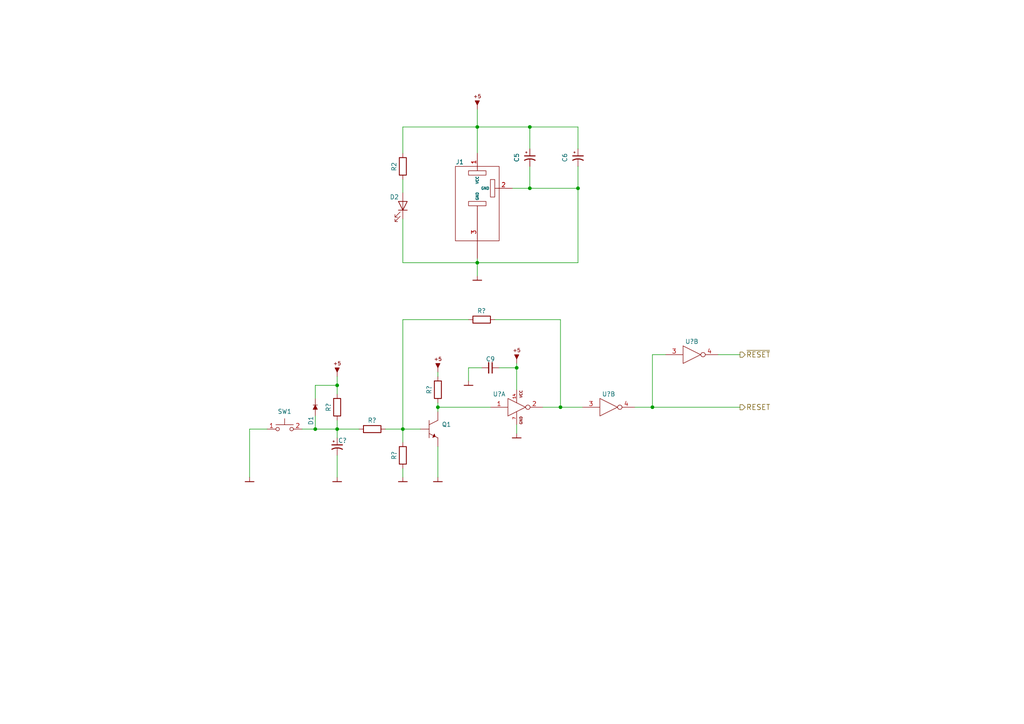
<source format=kicad_sch>
(kicad_sch (version 20211123) (generator eeschema)

  (uuid f1e619ac-5067-41df-8384-776ec70a6093)

  (paper "A4")

  (lib_symbols
    (symbol "artemisa:1N4448" (pin_numbers hide) (pin_names (offset 1.016)) (in_bom yes) (on_board yes)
      (property "Reference" "D" (id 0) (at 0 1.905 0)
        (effects (font (size 1.27 1.27)))
      )
      (property "Value" "1N4448" (id 1) (at 0 -1.905 0)
        (effects (font (size 1.27 1.27)))
      )
      (property "Footprint" "" (id 2) (at 1.27 0 0)
        (effects (font (size 1.524 1.524)) hide)
      )
      (property "Datasheet" "" (id 3) (at 1.27 0 0)
        (effects (font (size 1.524 1.524)) hide)
      )
      (symbol "1N4448_0_1"
        (polyline
          (pts
            (xy 0.635 0.635)
            (xy 0.635 -0.635)
          )
          (stroke (width 0) (type default) (color 0 0 0 0))
          (fill (type none))
        )
        (polyline
          (pts
            (xy -0.635 0.635)
            (xy -0.635 -0.635)
            (xy 0.635 0)
            (xy -0.635 0.635)
          )
          (stroke (width 0) (type default) (color 0 0 0 0))
          (fill (type outline))
        )
      )
      (symbol "1N4448_1_1"
        (pin passive line (at -2.54 0 0) (length 1.905)
          (name "~" (effects (font (size 1.27 1.27))))
          (number "1" (effects (font (size 1.27 1.27))))
        )
        (pin passive line (at 2.54 0 180) (length 1.905)
          (name "~" (effects (font (size 1.27 1.27))))
          (number "2" (effects (font (size 1.27 1.27))))
        )
      )
    )
    (symbol "artemisa:2N2222" (pin_numbers hide) (pin_names (offset 1.016) hide) (in_bom yes) (on_board yes)
      (property "Reference" "Q" (id 0) (at -3.81 3.81 0)
        (effects (font (size 1.27 1.27)))
      )
      (property "Value" "2N2222" (id 1) (at 2.54 0 0)
        (effects (font (size 1.27 1.27)))
      )
      (property "Footprint" "" (id 2) (at 0 0 0)
        (effects (font (size 1.524 1.524)) hide)
      )
      (property "Datasheet" "" (id 3) (at 0 0 0)
        (effects (font (size 1.524 1.524)) hide)
      )
      (symbol "2N2222_0_1"
        (polyline
          (pts
            (xy -2.54 -1.27)
            (xy 0 -2.54)
          )
          (stroke (width 0) (type default) (color 0 0 0 0))
          (fill (type none))
        )
        (polyline
          (pts
            (xy -2.54 1.27)
            (xy 0 2.54)
          )
          (stroke (width 0) (type default) (color 0 0 0 0))
          (fill (type none))
        )
        (polyline
          (pts
            (xy -2.54 2.54)
            (xy -2.54 -2.54)
          )
          (stroke (width 0) (type default) (color 0 0 0 0))
          (fill (type none))
        )
        (polyline
          (pts
            (xy -0.762 -2.159)
            (xy -1.016 -1.397)
            (xy -1.524 -2.413)
            (xy -0.762 -2.159)
          )
          (stroke (width 0) (type default) (color 0 0 0 0))
          (fill (type outline))
        )
      )
      (symbol "2N2222_1_1"
        (pin input line (at 0 5.08 270) (length 2.54)
          (name "1C" (effects (font (size 1.27 1.27))))
          (number "1" (effects (font (size 1.27 1.27))))
        )
        (pin input line (at -5.08 0 0) (length 2.54)
          (name "B" (effects (font (size 1.27 1.27))))
          (number "2" (effects (font (size 1.27 1.27))))
        )
        (pin input line (at 0 -5.08 90) (length 2.54)
          (name "E" (effects (font (size 1.27 1.27))))
          (number "3" (effects (font (size 1.27 1.27))))
        )
      )
    )
    (symbol "artemisa:74HCU04" (pin_names (offset 0.762) hide) (in_bom yes) (on_board yes)
      (property "Reference" "U" (id 0) (at -7.62 2.54 0)
        (effects (font (size 1.27 1.27)))
      )
      (property "Value" "74HCU04" (id 1) (at -6.35 -1.27 0)
        (effects (font (size 1.27 1.27)))
      )
      (property "Footprint" "" (id 2) (at 0 0 0)
        (effects (font (size 1.27 1.27)) hide)
      )
      (property "Datasheet" "" (id 3) (at 0 0 0)
        (effects (font (size 1.27 1.27)) hide)
      )
      (symbol "74HCU04_1_1"
        (polyline
          (pts
            (xy -2.54 -2.54)
            (xy -2.54 2.54)
            (xy 2.54 0)
            (xy -2.54 -2.54)
          )
          (stroke (width 0) (type default) (color 0 0 0 0))
          (fill (type none))
        )
        (text "GND" (at 1.27 -3.81 900)
          (effects (font (size 0.762 0.762)))
        )
        (text "VCC" (at 1.27 3.81 900)
          (effects (font (size 0.762 0.762)))
        )
        (pin input line (at -7.62 0 0) (length 5.0038)
          (name "~" (effects (font (size 1.27 1.27))))
          (number "1" (effects (font (size 1.27 1.27))))
        )
        (pin power_in line (at 0 5.08 270) (length 3.81)
          (name "VCC" (effects (font (size 1.27 1.27))))
          (number "14" (effects (font (size 0.762 0.762))))
        )
        (pin output inverted (at 7.62 0 180) (length 5.0038)
          (name "~" (effects (font (size 1.27 1.27))))
          (number "2" (effects (font (size 1.27 1.27))))
        )
        (pin power_in line (at 0 -5.08 90) (length 3.81)
          (name "GND" (effects (font (size 1.27 1.27))))
          (number "7" (effects (font (size 0.762 0.762))))
        )
      )
      (symbol "74HCU04_1_2"
        (polyline
          (pts
            (xy -2.54 2.54)
            (xy -2.54 -2.54)
            (xy 2.54 0)
            (xy -2.54 2.54)
          )
          (stroke (width 0) (type default) (color 0 0 0 0))
          (fill (type none))
        )
        (pin input inverted (at -7.62 0 0) (length 5.08)
          (name "~" (effects (font (size 1.27 1.27))))
          (number "1" (effects (font (size 1.27 1.27))))
        )
        (pin output line (at 7.62 0 180) (length 5.08)
          (name "~" (effects (font (size 1.27 1.27))))
          (number "2" (effects (font (size 1.27 1.27))))
        )
      )
      (symbol "74HCU04_2_1"
        (polyline
          (pts
            (xy -2.54 2.54)
            (xy -2.54 -2.54)
            (xy 2.54 0)
            (xy -2.54 2.54)
          )
          (stroke (width 0) (type default) (color 0 0 0 0))
          (fill (type none))
        )
        (pin input line (at -7.62 0 0) (length 5.0038)
          (name "~" (effects (font (size 1.27 1.27))))
          (number "3" (effects (font (size 1.27 1.27))))
        )
        (pin output inverted (at 7.62 0 180) (length 5.0038)
          (name "~" (effects (font (size 1.27 1.27))))
          (number "4" (effects (font (size 1.27 1.27))))
        )
      )
      (symbol "74HCU04_2_2"
        (polyline
          (pts
            (xy -2.54 2.54)
            (xy -2.54 -2.54)
            (xy 2.54 0)
            (xy -2.54 2.54)
          )
          (stroke (width 0) (type default) (color 0 0 0 0))
          (fill (type none))
        )
        (pin input inverted (at -7.62 0 0) (length 5.08)
          (name "~" (effects (font (size 1.27 1.27))))
          (number "3" (effects (font (size 1.27 1.27))))
        )
        (pin output line (at 7.62 0 180) (length 5.08)
          (name "~" (effects (font (size 1.27 1.27))))
          (number "4" (effects (font (size 1.27 1.27))))
        )
      )
      (symbol "74HCU04_3_1"
        (polyline
          (pts
            (xy -2.54 2.54)
            (xy -2.54 -2.54)
            (xy 2.54 0)
            (xy -2.54 2.54)
          )
          (stroke (width 0) (type default) (color 0 0 0 0))
          (fill (type none))
        )
        (pin input line (at -7.62 0 0) (length 5.0038)
          (name "~" (effects (font (size 1.27 1.27))))
          (number "5" (effects (font (size 1.27 1.27))))
        )
        (pin output inverted (at 7.62 0 180) (length 5.0038)
          (name "~" (effects (font (size 1.27 1.27))))
          (number "6" (effects (font (size 1.27 1.27))))
        )
      )
      (symbol "74HCU04_3_2"
        (polyline
          (pts
            (xy -2.54 2.54)
            (xy -2.54 -2.54)
            (xy 2.54 0)
            (xy -2.54 2.54)
          )
          (stroke (width 0) (type default) (color 0 0 0 0))
          (fill (type none))
        )
        (pin input inverted (at -7.62 0 0) (length 5.08)
          (name "~" (effects (font (size 1.27 1.27))))
          (number "5" (effects (font (size 1.27 1.27))))
        )
        (pin output line (at 7.62 0 180) (length 5.08)
          (name "~" (effects (font (size 1.27 1.27))))
          (number "6" (effects (font (size 1.27 1.27))))
        )
      )
      (symbol "74HCU04_4_1"
        (polyline
          (pts
            (xy -2.54 2.54)
            (xy -2.54 -2.54)
            (xy 2.54 0)
            (xy -2.54 2.54)
          )
          (stroke (width 0) (type default) (color 0 0 0 0))
          (fill (type none))
        )
        (pin output inverted (at 7.62 0 180) (length 5.0038)
          (name "~" (effects (font (size 1.27 1.27))))
          (number "8" (effects (font (size 1.27 1.27))))
        )
        (pin input line (at -7.62 0 0) (length 5.0038)
          (name "~" (effects (font (size 1.27 1.27))))
          (number "9" (effects (font (size 1.27 1.27))))
        )
      )
      (symbol "74HCU04_4_2"
        (polyline
          (pts
            (xy -2.54 2.54)
            (xy -2.54 -2.54)
            (xy 2.54 0)
            (xy -2.54 2.54)
          )
          (stroke (width 0) (type default) (color 0 0 0 0))
          (fill (type none))
        )
        (pin output line (at 7.62 0 180) (length 5.08)
          (name "~" (effects (font (size 1.27 1.27))))
          (number "8" (effects (font (size 1.27 1.27))))
        )
        (pin input inverted (at -7.62 0 0) (length 5.08)
          (name "~" (effects (font (size 1.27 1.27))))
          (number "9" (effects (font (size 1.27 1.27))))
        )
      )
      (symbol "74HCU04_5_1"
        (polyline
          (pts
            (xy -2.54 2.54)
            (xy -2.54 -2.54)
            (xy 2.54 0)
            (xy -2.54 2.54)
          )
          (stroke (width 0) (type default) (color 0 0 0 0))
          (fill (type none))
        )
        (pin output inverted (at 7.62 0 180) (length 5.0038)
          (name "~" (effects (font (size 1.27 1.27))))
          (number "10" (effects (font (size 1.27 1.27))))
        )
        (pin input line (at -7.62 0 0) (length 5.0038)
          (name "~" (effects (font (size 1.27 1.27))))
          (number "11" (effects (font (size 1.27 1.27))))
        )
      )
      (symbol "74HCU04_5_2"
        (polyline
          (pts
            (xy -2.54 2.54)
            (xy -2.54 -2.54)
            (xy 2.54 0)
            (xy -2.54 2.54)
          )
          (stroke (width 0) (type default) (color 0 0 0 0))
          (fill (type none))
        )
        (pin output line (at 7.62 0 180) (length 5.08)
          (name "~" (effects (font (size 1.27 1.27))))
          (number "10" (effects (font (size 1.27 1.27))))
        )
        (pin input inverted (at -7.62 0 0) (length 5.08)
          (name "~" (effects (font (size 1.27 1.27))))
          (number "11" (effects (font (size 1.27 1.27))))
        )
      )
      (symbol "74HCU04_6_1"
        (polyline
          (pts
            (xy -2.54 2.54)
            (xy -2.54 -2.54)
            (xy 2.54 0)
            (xy -2.54 2.54)
          )
          (stroke (width 0) (type default) (color 0 0 0 0))
          (fill (type none))
        )
        (pin output inverted (at 7.62 0 180) (length 5.0038)
          (name "~" (effects (font (size 1.27 1.27))))
          (number "12" (effects (font (size 1.27 1.27))))
        )
        (pin input line (at -7.62 0 0) (length 5.0038)
          (name "~" (effects (font (size 1.27 1.27))))
          (number "13" (effects (font (size 1.27 1.27))))
        )
      )
      (symbol "74HCU04_6_2"
        (polyline
          (pts
            (xy -2.54 2.54)
            (xy -2.54 -2.54)
            (xy 2.54 0)
            (xy -2.54 2.54)
          )
          (stroke (width 0) (type default) (color 0 0 0 0))
          (fill (type none))
        )
        (pin output line (at 7.62 0 180) (length 5.08)
          (name "~" (effects (font (size 1.27 1.27))))
          (number "12" (effects (font (size 1.27 1.27))))
        )
        (pin input inverted (at -7.62 0 0) (length 5.08)
          (name "~" (effects (font (size 1.27 1.27))))
          (number "13" (effects (font (size 1.27 1.27))))
        )
      )
    )
    (symbol "artemisa:CP" (pin_numbers hide) (pin_names (offset 0.254) hide) (in_bom yes) (on_board yes)
      (property "Reference" "C" (id 0) (at 0.254 1.778 0)
        (effects (font (size 1.27 1.27)) (justify left))
      )
      (property "Value" "CP" (id 1) (at 0.254 -2.032 0)
        (effects (font (size 1.27 1.27)) (justify left))
      )
      (property "Footprint" "" (id 2) (at 0 0 0)
        (effects (font (size 1.27 1.27)) hide)
      )
      (property "Datasheet" "" (id 3) (at 0 0 0)
        (effects (font (size 1.27 1.27)) hide)
      )
      (property "ki_fp_filters" "CP_*" (id 4) (at 0 0 0)
        (effects (font (size 1.27 1.27)) hide)
      )
      (symbol "CP_0_1"
        (polyline
          (pts
            (xy -1.524 0.508)
            (xy 1.524 0.508)
          )
          (stroke (width 0.3048) (type default) (color 0 0 0 0))
          (fill (type none))
        )
        (polyline
          (pts
            (xy -1.27 1.524)
            (xy -0.762 1.524)
          )
          (stroke (width 0) (type default) (color 0 0 0 0))
          (fill (type none))
        )
        (polyline
          (pts
            (xy -1.016 1.27)
            (xy -1.016 1.778)
          )
          (stroke (width 0) (type default) (color 0 0 0 0))
          (fill (type none))
        )
        (arc (start 1.524 -0.762) (mid 0 -0.3734) (end -1.524 -0.762)
          (stroke (width 0.3048) (type default) (color 0 0 0 0))
          (fill (type none))
        )
      )
      (symbol "CP_1_1"
        (pin passive line (at 0 2.54 270) (length 2.032)
          (name "~" (effects (font (size 1.27 1.27))))
          (number "1" (effects (font (size 1.27 1.27))))
        )
        (pin passive line (at 0 -2.54 90) (length 2.032)
          (name "~" (effects (font (size 1.27 1.27))))
          (number "2" (effects (font (size 1.27 1.27))))
        )
      )
    )
    (symbol "artemisa:Cap" (pin_numbers hide) (pin_names (offset 0.254) hide) (in_bom yes) (on_board yes)
      (property "Reference" "C" (id 0) (at 0.254 1.778 0)
        (effects (font (size 1.27 1.27)) (justify left))
      )
      (property "Value" "Cap" (id 1) (at 0.254 -2.032 0)
        (effects (font (size 1.27 1.27)) (justify left))
      )
      (property "Footprint" "" (id 2) (at 0 0 0)
        (effects (font (size 1.27 1.27)) hide)
      )
      (property "Datasheet" "" (id 3) (at 0 0 0)
        (effects (font (size 1.27 1.27)) hide)
      )
      (property "ki_fp_filters" "C_*" (id 4) (at 0 0 0)
        (effects (font (size 1.27 1.27)) hide)
      )
      (symbol "Cap_0_1"
        (polyline
          (pts
            (xy -1.524 -0.508)
            (xy 1.524 -0.508)
          )
          (stroke (width 0.3302) (type default) (color 0 0 0 0))
          (fill (type none))
        )
        (polyline
          (pts
            (xy -1.524 0.508)
            (xy 1.524 0.508)
          )
          (stroke (width 0.3048) (type default) (color 0 0 0 0))
          (fill (type none))
        )
      )
      (symbol "Cap_1_1"
        (pin passive line (at 0 2.54 270) (length 2.032)
          (name "~" (effects (font (size 1.27 1.27))))
          (number "1" (effects (font (size 1.27 1.27))))
        )
        (pin passive line (at 0 -2.54 90) (length 2.032)
          (name "~" (effects (font (size 1.27 1.27))))
          (number "2" (effects (font (size 1.27 1.27))))
        )
      )
    )
    (symbol "artemisa:GND" (power) (pin_numbers hide) (pin_names (offset 0) hide) (in_bom yes) (on_board yes)
      (property "Reference" "#PWR" (id 0) (at 0 -2.54 0)
        (effects (font (size 1.524 1.524)) hide)
      )
      (property "Value" "GND" (id 1) (at 0 2.54 0)
        (effects (font (size 1.524 1.524)) hide)
      )
      (property "Footprint" "" (id 2) (at 0 0 0)
        (effects (font (size 1.524 1.524)) hide)
      )
      (property "Datasheet" "" (id 3) (at 0 0 0)
        (effects (font (size 1.524 1.524)) hide)
      )
      (symbol "GND_0_1"
        (polyline
          (pts
            (xy -1.27 -1.27)
            (xy 1.27 -1.27)
          )
          (stroke (width 0.254) (type default) (color 0 0 0 0))
          (fill (type none))
        )
      )
      (symbol "GND_1_1"
        (pin power_in line (at 0 0 270) (length 1.27)
          (name "GND" (effects (font (size 1.27 1.27))))
          (number "~" (effects (font (size 1.27 1.27))))
        )
      )
    )
    (symbol "artemisa:LED" (pin_numbers hide) (pin_names (offset 1.016) hide) (in_bom yes) (on_board yes)
      (property "Reference" "D" (id 0) (at 0 2.54 0)
        (effects (font (size 1.27 1.27)))
      )
      (property "Value" "LED" (id 1) (at 0 -2.54 0)
        (effects (font (size 1.27 1.27)))
      )
      (property "Footprint" "" (id 2) (at 0 0 0)
        (effects (font (size 1.27 1.27)) hide)
      )
      (property "Datasheet" "" (id 3) (at 0 0 0)
        (effects (font (size 1.27 1.27)) hide)
      )
      (symbol "LED_0_1"
        (polyline
          (pts
            (xy 1.27 -1.27)
            (xy 1.27 1.27)
          )
          (stroke (width 0.2032) (type default) (color 0 0 0 0))
          (fill (type none))
        )
        (polyline
          (pts
            (xy 1.27 0)
            (xy -1.27 0)
          )
          (stroke (width 0) (type default) (color 0 0 0 0))
          (fill (type none))
        )
        (polyline
          (pts
            (xy -1.27 -1.27)
            (xy -1.27 1.27)
            (xy 1.27 0)
            (xy -1.27 -1.27)
          )
          (stroke (width 0.2032) (type default) (color 0 0 0 0))
          (fill (type none))
        )
        (polyline
          (pts
            (xy 1.778 -0.762)
            (xy 3.302 -2.286)
            (xy 2.54 -2.286)
            (xy 3.302 -2.286)
            (xy 3.302 -1.524)
          )
          (stroke (width 0) (type default) (color 0 0 0 0))
          (fill (type none))
        )
        (polyline
          (pts
            (xy 3.048 -0.762)
            (xy 4.572 -2.286)
            (xy 3.81 -2.286)
            (xy 4.572 -2.286)
            (xy 4.572 -1.524)
          )
          (stroke (width 0) (type default) (color 0 0 0 0))
          (fill (type none))
        )
      )
      (symbol "LED_1_1"
        (pin passive line (at -3.81 0 0) (length 2.54)
          (name "A" (effects (font (size 1.27 1.27))))
          (number "1" (effects (font (size 1.27 1.27))))
        )
        (pin passive line (at 3.81 0 180) (length 2.54)
          (name "K" (effects (font (size 1.27 1.27))))
          (number "2" (effects (font (size 1.27 1.27))))
        )
      )
    )
    (symbol "artemisa:PWR_conn" (pin_names (offset 1.524)) (in_bom yes) (on_board yes)
      (property "Reference" "J" (id 0) (at 5.08 8.89 0)
        (effects (font (size 1.524 1.524)))
      )
      (property "Value" "PWR_conn" (id 1) (at 8.89 -15.24 0)
        (effects (font (size 1.524 1.524)))
      )
      (property "Footprint" "" (id 2) (at 0 -2.54 0)
        (effects (font (size 1.524 1.524)) hide)
      )
      (property "Datasheet" "" (id 3) (at 0 -2.54 0)
        (effects (font (size 1.524 1.524)) hide)
      )
      (symbol "PWR_conn_0_1"
        (rectangle (start -6.35 7.62) (end 6.35 -13.97)
          (stroke (width 0) (type default) (color 0 0 0 0))
          (fill (type none))
        )
        (rectangle (start -3.81 3.81) (end -5.08 -1.27)
          (stroke (width 0) (type default) (color 0 0 0 0))
          (fill (type none))
        )
        (rectangle (start -2.54 -2.54) (end 2.54 -3.81)
          (stroke (width 0) (type default) (color 0 0 0 0))
          (fill (type none))
        )
        (rectangle (start -2.54 6.35) (end 2.54 5.08)
          (stroke (width 0) (type default) (color 0 0 0 0))
          (fill (type none))
        )
      )
      (symbol "PWR_conn_1_1"
        (pin power_out line (at 0 11.43 270) (length 5.08)
          (name "VCC" (effects (font (size 0.762 0.762))))
          (number "1" (effects (font (size 1.27 1.27))))
        )
        (pin power_out line (at -10.16 1.27 0) (length 5.08)
          (name "GND" (effects (font (size 0.762 0.762))))
          (number "2" (effects (font (size 1.27 1.27))))
        )
        (pin input line (at 0 -19.05 90) (length 15.24)
          (name "GND" (effects (font (size 0.762 0.762))))
          (number "3" (effects (font (size 1.27 1.27))))
        )
      )
    )
    (symbol "artemisa:Push_button" (pin_names (offset 1.016) hide) (in_bom yes) (on_board yes)
      (property "Reference" "SW" (id 0) (at 0 -2.54 0)
        (effects (font (size 1.524 1.524)))
      )
      (property "Value" "Push_button" (id 1) (at 0 -2.54 0)
        (effects (font (size 1.524 1.524)) hide)
      )
      (property "Footprint" "" (id 2) (at 0 0 0)
        (effects (font (size 1.524 1.524)) hide)
      )
      (property "Datasheet" "" (id 3) (at 0 0 0)
        (effects (font (size 1.524 1.524)) hide)
      )
      (symbol "Push_button_1_1"
        (circle (center -2.032 0) (radius 0.508)
          (stroke (width 0) (type default) (color 0 0 0 0))
          (fill (type none))
        )
        (polyline
          (pts
            (xy 0 1.27)
            (xy 0 3.048)
          )
          (stroke (width 0) (type default) (color 0 0 0 0))
          (fill (type none))
        )
        (polyline
          (pts
            (xy 2.54 1.27)
            (xy -2.54 1.27)
          )
          (stroke (width 0) (type default) (color 0 0 0 0))
          (fill (type none))
        )
        (circle (center 2.032 0) (radius 0.508)
          (stroke (width 0) (type default) (color 0 0 0 0))
          (fill (type none))
        )
        (pin passive line (at -5.08 0 0) (length 2.54)
          (name "1" (effects (font (size 1.27 1.27))))
          (number "1" (effects (font (size 1.27 1.27))))
        )
        (pin passive line (at 5.08 0 180) (length 2.54)
          (name "2" (effects (font (size 1.27 1.27))))
          (number "2" (effects (font (size 1.27 1.27))))
        )
      )
    )
    (symbol "artemisa:R" (pin_numbers hide) (pin_names (offset 1.016)) (in_bom yes) (on_board yes)
      (property "Reference" "R" (id 0) (at 0 -2.54 0)
        (effects (font (size 1.524 1.524)))
      )
      (property "Value" "R" (id 1) (at 0 0 0)
        (effects (font (size 1.016 1.016)))
      )
      (property "Footprint" "" (id 2) (at 0 0 90)
        (effects (font (size 1.524 1.524)) hide)
      )
      (property "Datasheet" "" (id 3) (at 0 0 90)
        (effects (font (size 1.524 1.524)) hide)
      )
      (symbol "R_1_1"
        (rectangle (start 2.54 -1.016) (end -2.54 1.016)
          (stroke (width 0.254) (type default) (color 0 0 0 0))
          (fill (type none))
        )
        (pin passive line (at -3.81 0 0) (length 1.27)
          (name "~" (effects (font (size 1.27 1.27))))
          (number "1" (effects (font (size 1.27 1.27))))
        )
        (pin passive line (at 3.81 0 180) (length 1.27)
          (name "~" (effects (font (size 1.27 1.27))))
          (number "2" (effects (font (size 1.27 1.27))))
        )
      )
    )
    (symbol "artemisa:VCC" (power) (pin_numbers hide) (pin_names (offset 0) hide) (in_bom yes) (on_board yes)
      (property "Reference" "#PWR" (id 0) (at 0 -1.27 0)
        (effects (font (size 1.524 1.524)) hide)
      )
      (property "Value" "VCC" (id 1) (at 0 6.35 0)
        (effects (font (size 1.524 1.524)) hide)
      )
      (property "Footprint" "" (id 2) (at 0 0 0)
        (effects (font (size 1.524 1.524)) hide)
      )
      (property "Datasheet" "" (id 3) (at 0 0 0)
        (effects (font (size 1.524 1.524)) hide)
      )
      (symbol "VCC_0_0"
        (text "+5" (at 0 3.81 0)
          (effects (font (size 1.016 1.016)))
        )
      )
      (symbol "VCC_0_1"
        (polyline
          (pts
            (xy 0 1.27)
            (xy 0.635 2.54)
            (xy -0.635 2.54)
            (xy 0 1.27)
          )
          (stroke (width 0) (type default) (color 0 0 0 0))
          (fill (type outline))
        )
      )
      (symbol "VCC_1_1"
        (pin power_in line (at 0 0 90) (length 1.27)
          (name "~" (effects (font (size 1.27 1.27))))
          (number "~" (effects (font (size 1.27 1.27))))
        )
      )
    )
  )

  (junction (at 189.23 118.11) (diameter 0) (color 0 0 0 0)
    (uuid 008da5b9-6f95-4113-b7d0-d93ac62efd33)
  )
  (junction (at 91.44 124.46) (diameter 0) (color 0 0 0 0)
    (uuid 49575217-40b0-4890-8acf-12982cca52b5)
  )
  (junction (at 167.64 54.61) (diameter 0) (color 0 0 0 0)
    (uuid 62a1f3d4-027d-4ecf-a37a-6fcf4263e9d2)
  )
  (junction (at 97.79 124.46) (diameter 0) (color 0 0 0 0)
    (uuid 63c56ea4-91a3-4172-b9de-a4388cc8f894)
  )
  (junction (at 138.43 36.83) (diameter 0) (color 0 0 0 0)
    (uuid 7c411b3e-aca2-424f-b644-2d21c9d80fa7)
  )
  (junction (at 116.84 124.46) (diameter 0) (color 0 0 0 0)
    (uuid 84d296ba-3d39-4264-ad19-947f90c54396)
  )
  (junction (at 127 118.11) (diameter 0) (color 0 0 0 0)
    (uuid 90e761f6-1432-4f73-ad28-fa8869b7ec31)
  )
  (junction (at 149.86 106.68) (diameter 0) (color 0 0 0 0)
    (uuid 98fe66f3-ec8b-4515-ae34-617f2124a7ec)
  )
  (junction (at 162.56 118.11) (diameter 0) (color 0 0 0 0)
    (uuid a6738794-75ae-48a6-8949-ed8717400d71)
  )
  (junction (at 153.67 36.83) (diameter 0) (color 0 0 0 0)
    (uuid c71f56c1-5b7c-4373-9716-fffac482104c)
  )
  (junction (at 97.79 111.76) (diameter 0) (color 0 0 0 0)
    (uuid e1b88aa4-d887-4eea-83ff-5c009f4390c4)
  )
  (junction (at 138.43 76.2) (diameter 0) (color 0 0 0 0)
    (uuid e36988d2-ecb2-461b-a443-7006f447e828)
  )
  (junction (at 153.67 54.61) (diameter 0) (color 0 0 0 0)
    (uuid f447e585-df78-4239-b8cb-4653b3837bb1)
  )

  (wire (pts (xy 127 119.38) (xy 127 118.11))
    (stroke (width 0) (type default) (color 0 0 0 0))
    (uuid 03f57fb4-32a3-4bc6-85b9-fd8ece4a9592)
  )
  (wire (pts (xy 189.23 102.87) (xy 193.04 102.87))
    (stroke (width 0) (type default) (color 0 0 0 0))
    (uuid 04cf2f2c-74bf-400d-b4f6-201720df00ed)
  )
  (wire (pts (xy 143.51 92.71) (xy 162.56 92.71))
    (stroke (width 0) (type default) (color 0 0 0 0))
    (uuid 05f2859d-2820-4e84-b395-696011feb13b)
  )
  (wire (pts (xy 149.86 106.68) (xy 149.86 105.41))
    (stroke (width 0) (type default) (color 0 0 0 0))
    (uuid 0dfdfa9f-1e3f-4e14-b64b-12bde76a80c7)
  )
  (wire (pts (xy 167.64 36.83) (xy 167.64 43.18))
    (stroke (width 0) (type default) (color 0 0 0 0))
    (uuid 0e249018-17e7-42b3-ae5d-5ebf3ae299ae)
  )
  (wire (pts (xy 116.84 63.5) (xy 116.84 76.2))
    (stroke (width 0) (type default) (color 0 0 0 0))
    (uuid 0fc5db66-6188-4c1f-bb14-0868bef113eb)
  )
  (wire (pts (xy 116.84 36.83) (xy 116.84 44.45))
    (stroke (width 0) (type default) (color 0 0 0 0))
    (uuid 10e52e95-44f3-4059-a86d-dcda603e0623)
  )
  (wire (pts (xy 153.67 36.83) (xy 167.64 36.83))
    (stroke (width 0) (type default) (color 0 0 0 0))
    (uuid 1ab71a3c-340b-469a-ada5-4f87f0b7b2fa)
  )
  (wire (pts (xy 184.15 118.11) (xy 189.23 118.11))
    (stroke (width 0) (type default) (color 0 0 0 0))
    (uuid 1bdd5841-68b7-42e2-9447-cbdb608d8a08)
  )
  (wire (pts (xy 162.56 118.11) (xy 162.56 92.71))
    (stroke (width 0) (type default) (color 0 0 0 0))
    (uuid 24b72b0d-63b8-4e06-89d0-e94dcf39a600)
  )
  (wire (pts (xy 135.89 106.68) (xy 139.7 106.68))
    (stroke (width 0) (type default) (color 0 0 0 0))
    (uuid 252f1275-081d-4d77-8bd5-3b9e6916ef42)
  )
  (wire (pts (xy 97.79 124.46) (xy 91.44 124.46))
    (stroke (width 0) (type default) (color 0 0 0 0))
    (uuid 2c60448a-e30f-46b2-89e1-a44f51688efc)
  )
  (wire (pts (xy 157.48 118.11) (xy 162.56 118.11))
    (stroke (width 0) (type default) (color 0 0 0 0))
    (uuid 2e90e294-82e1-45da-9bf1-b91dfe0dc8f6)
  )
  (wire (pts (xy 153.67 54.61) (xy 167.64 54.61))
    (stroke (width 0) (type default) (color 0 0 0 0))
    (uuid 2f291a4b-4ecb-4692-9ad2-324f9784c0d4)
  )
  (wire (pts (xy 167.64 54.61) (xy 167.64 76.2))
    (stroke (width 0) (type default) (color 0 0 0 0))
    (uuid 319639ae-c2c5-486d-93b1-d03bb1b64252)
  )
  (wire (pts (xy 167.64 48.26) (xy 167.64 54.61))
    (stroke (width 0) (type default) (color 0 0 0 0))
    (uuid 3a70978e-dcc2-4620-a99c-514362812927)
  )
  (wire (pts (xy 138.43 36.83) (xy 116.84 36.83))
    (stroke (width 0) (type default) (color 0 0 0 0))
    (uuid 3d6cdd62-5634-4e30-acf8-1b9c1dbf6653)
  )
  (wire (pts (xy 127 118.11) (xy 127 116.84))
    (stroke (width 0) (type default) (color 0 0 0 0))
    (uuid 4431c0f6-83ea-4eee-95a8-991da2f03ccd)
  )
  (wire (pts (xy 97.79 111.76) (xy 97.79 114.3))
    (stroke (width 0) (type default) (color 0 0 0 0))
    (uuid 4a54c707-7b6f-4a3d-a74d-5e3526114aba)
  )
  (wire (pts (xy 97.79 111.76) (xy 91.44 111.76))
    (stroke (width 0) (type default) (color 0 0 0 0))
    (uuid 4b1fce17-dec7-457e-ba3b-a77604e77dc9)
  )
  (wire (pts (xy 91.44 124.46) (xy 87.63 124.46))
    (stroke (width 0) (type default) (color 0 0 0 0))
    (uuid 4cafb73d-1ad8-4d24-acf7-63d78095ae46)
  )
  (wire (pts (xy 116.84 76.2) (xy 138.43 76.2))
    (stroke (width 0) (type default) (color 0 0 0 0))
    (uuid 52a8f1be-73ca-41a8-bc24-2320706b0ec1)
  )
  (wire (pts (xy 116.84 124.46) (xy 116.84 128.27))
    (stroke (width 0) (type default) (color 0 0 0 0))
    (uuid 53e34696-241f-47e5-a477-f469335c8a61)
  )
  (wire (pts (xy 189.23 102.87) (xy 189.23 118.11))
    (stroke (width 0) (type default) (color 0 0 0 0))
    (uuid 5d3d7893-1d11-4f1d-9052-85cf0e07d281)
  )
  (wire (pts (xy 135.89 110.49) (xy 135.89 106.68))
    (stroke (width 0) (type default) (color 0 0 0 0))
    (uuid 62e8c4d4-266c-4e53-8981-1028251d724c)
  )
  (wire (pts (xy 116.84 124.46) (xy 121.92 124.46))
    (stroke (width 0) (type default) (color 0 0 0 0))
    (uuid 6afc19cf-38b4-47a3-bc2b-445b18724310)
  )
  (wire (pts (xy 144.78 106.68) (xy 149.86 106.68))
    (stroke (width 0) (type default) (color 0 0 0 0))
    (uuid 6b91a3ee-fdcd-4bfe-ad57-c8d5ea9903a8)
  )
  (wire (pts (xy 116.84 92.71) (xy 116.84 124.46))
    (stroke (width 0) (type default) (color 0 0 0 0))
    (uuid 713e0777-58b2-4487-baca-60d0ebed27c3)
  )
  (wire (pts (xy 138.43 74.93) (xy 138.43 76.2))
    (stroke (width 0) (type default) (color 0 0 0 0))
    (uuid 7c2008c8-0626-4a09-a873-065e83502a0e)
  )
  (wire (pts (xy 148.59 54.61) (xy 153.67 54.61))
    (stroke (width 0) (type default) (color 0 0 0 0))
    (uuid 810ed4ff-ffe2-4032-9af6-fb5ada3bae5b)
  )
  (wire (pts (xy 91.44 111.76) (xy 91.44 115.57))
    (stroke (width 0) (type default) (color 0 0 0 0))
    (uuid 869d6302-ae22-478f-9723-3feacbb12eef)
  )
  (wire (pts (xy 116.84 138.43) (xy 116.84 135.89))
    (stroke (width 0) (type default) (color 0 0 0 0))
    (uuid 88002554-c459-46e5-8b22-6ea6fe07fd4c)
  )
  (wire (pts (xy 111.76 124.46) (xy 116.84 124.46))
    (stroke (width 0) (type default) (color 0 0 0 0))
    (uuid 8cdc8ef9-532e-4bf5-9998-7213b9e692a2)
  )
  (wire (pts (xy 208.28 102.87) (xy 214.63 102.87))
    (stroke (width 0) (type default) (color 0 0 0 0))
    (uuid 955cc99e-a129-42cf-abc7-aa99813fdb5f)
  )
  (wire (pts (xy 127 107.95) (xy 127 109.22))
    (stroke (width 0) (type default) (color 0 0 0 0))
    (uuid a07b6b2b-7179-4297-b163-5e47ffbe76d3)
  )
  (wire (pts (xy 153.67 36.83) (xy 153.67 43.18))
    (stroke (width 0) (type default) (color 0 0 0 0))
    (uuid a5c8e189-1ddc-4a66-984b-e0fd1529d346)
  )
  (wire (pts (xy 135.89 92.71) (xy 116.84 92.71))
    (stroke (width 0) (type default) (color 0 0 0 0))
    (uuid a8fb8ee0-623f-4870-a716-ecc88f37ef9a)
  )
  (wire (pts (xy 189.23 118.11) (xy 214.63 118.11))
    (stroke (width 0) (type default) (color 0 0 0 0))
    (uuid aeb03be9-98f0-43f6-9432-1bb35aa04bab)
  )
  (wire (pts (xy 97.79 132.08) (xy 97.79 138.43))
    (stroke (width 0) (type default) (color 0 0 0 0))
    (uuid b287f145-851e-45cc-b200-e62677b551d5)
  )
  (wire (pts (xy 127 118.11) (xy 142.24 118.11))
    (stroke (width 0) (type default) (color 0 0 0 0))
    (uuid b78cb2c1-ae4b-4d9b-acd8-d7fe342342f2)
  )
  (wire (pts (xy 116.84 52.07) (xy 116.84 55.88))
    (stroke (width 0) (type default) (color 0 0 0 0))
    (uuid bd793ae5-cde5-43f6-8def-1f95f35b1be6)
  )
  (wire (pts (xy 97.79 124.46) (xy 97.79 127))
    (stroke (width 0) (type default) (color 0 0 0 0))
    (uuid c25449d6-d734-4953-b762-98f82a830248)
  )
  (wire (pts (xy 127 138.43) (xy 127 129.54))
    (stroke (width 0) (type default) (color 0 0 0 0))
    (uuid c454102f-dc92-4550-9492-797fc8e6b49c)
  )
  (wire (pts (xy 97.79 124.46) (xy 104.14 124.46))
    (stroke (width 0) (type default) (color 0 0 0 0))
    (uuid cebb9021-66d3-4116-98d4-5e6f3c1552be)
  )
  (wire (pts (xy 138.43 80.01) (xy 138.43 76.2))
    (stroke (width 0) (type default) (color 0 0 0 0))
    (uuid d102186a-5b58-41d0-9985-3dbb3593f397)
  )
  (wire (pts (xy 97.79 121.92) (xy 97.79 124.46))
    (stroke (width 0) (type default) (color 0 0 0 0))
    (uuid d1eca865-05c5-48a4-96cf-ed5f8a640e25)
  )
  (wire (pts (xy 72.39 124.46) (xy 72.39 138.43))
    (stroke (width 0) (type default) (color 0 0 0 0))
    (uuid d3e133b7-2c84-4206-a2b1-e693cb57fe56)
  )
  (wire (pts (xy 91.44 124.46) (xy 91.44 120.65))
    (stroke (width 0) (type default) (color 0 0 0 0))
    (uuid d66d3c12-11ce-4566-9a45-962e329503d8)
  )
  (wire (pts (xy 162.56 118.11) (xy 168.91 118.11))
    (stroke (width 0) (type default) (color 0 0 0 0))
    (uuid d692b5e6-71b2-4fa6-bc83-618add8d8fef)
  )
  (wire (pts (xy 97.79 109.22) (xy 97.79 111.76))
    (stroke (width 0) (type default) (color 0 0 0 0))
    (uuid d7e4abd8-69f5-4706-b12e-898194e5bf56)
  )
  (wire (pts (xy 138.43 36.83) (xy 153.67 36.83))
    (stroke (width 0) (type default) (color 0 0 0 0))
    (uuid dbe92a0d-89cb-4d3f-9497-c2c1d93a3018)
  )
  (wire (pts (xy 138.43 76.2) (xy 167.64 76.2))
    (stroke (width 0) (type default) (color 0 0 0 0))
    (uuid e300709f-6c72-488d-a598-efcbd6d3af54)
  )
  (wire (pts (xy 149.86 106.68) (xy 149.86 113.03))
    (stroke (width 0) (type default) (color 0 0 0 0))
    (uuid e7d81bce-286e-41e4-9181-3511e9c0455e)
  )
  (wire (pts (xy 138.43 36.83) (xy 138.43 44.45))
    (stroke (width 0) (type default) (color 0 0 0 0))
    (uuid f2480d0c-9b08-4037-9175-b2369af04d4c)
  )
  (wire (pts (xy 138.43 31.75) (xy 138.43 36.83))
    (stroke (width 0) (type default) (color 0 0 0 0))
    (uuid f4a8afbe-ed68-4253-959f-6be4d2cbf8c5)
  )
  (wire (pts (xy 77.47 124.46) (xy 72.39 124.46))
    (stroke (width 0) (type default) (color 0 0 0 0))
    (uuid f988d6ea-11c5-4837-b1d1-5c292ded50c6)
  )
  (wire (pts (xy 149.86 123.19) (xy 149.86 125.73))
    (stroke (width 0) (type default) (color 0 0 0 0))
    (uuid fc3d51c1-8b35-4da3-a742-0ebe104989d7)
  )
  (wire (pts (xy 153.67 48.26) (xy 153.67 54.61))
    (stroke (width 0) (type default) (color 0 0 0 0))
    (uuid fc4ad874-c922-4070-89f9-7262080469d8)
  )

  (hierarchical_label "RESET" (shape output) (at 214.63 118.11 0)
    (effects (font (size 1.524 1.524)) (justify left))
    (uuid 2878a73c-5447-4cd9-8194-14f52ab9459c)
  )
  (hierarchical_label "~{RESET}" (shape output) (at 214.63 102.87 0)
    (effects (font (size 1.524 1.524)) (justify left))
    (uuid 44646447-0a8e-4aec-a74e-22bf765d0f33)
  )

  (symbol (lib_id "artemisa:PWR_conn") (at 138.43 55.88 0) (mirror y) (unit 1)
    (in_bom yes) (on_board yes)
    (uuid 00000000-0000-0000-0000-00005b116116)
    (property "Reference" "J1" (id 0) (at 133.35 46.99 0))
    (property "Value" "" (id 1) (at 129.54 71.12 0))
    (property "Footprint" "" (id 2) (at 138.43 58.42 0)
      (effects (font (size 1.524 1.524)) hide)
    )
    (property "Datasheet" "" (id 3) (at 138.43 58.42 0)
      (effects (font (size 1.524 1.524)) hide)
    )
    (pin "1" (uuid 1995a1af-4656-4a47-a563-d0a3f10ab4cf))
    (pin "2" (uuid 011a5828-4c3c-4dde-9bdb-284a3f3c4a43))
    (pin "3" (uuid 8356d232-ef50-40f0-a742-8beed5a9bc27))
  )

  (symbol (lib_id "artemisa:CP") (at 167.64 45.72 0) (unit 1)
    (in_bom yes) (on_board yes)
    (uuid 00000000-0000-0000-0000-00005bdb7c43)
    (property "Reference" "C6" (id 0) (at 163.83 45.72 90))
    (property "Value" "" (id 1) (at 171.45 45.72 90))
    (property "Footprint" "" (id 2) (at 167.64 45.72 0)
      (effects (font (size 1.27 1.27)) hide)
    )
    (property "Datasheet" "" (id 3) (at 167.64 45.72 0)
      (effects (font (size 1.27 1.27)) hide)
    )
    (pin "1" (uuid 862b97e2-70d6-4aea-9357-60983bc901d8))
    (pin "2" (uuid 0b71d1a0-f7f1-4898-a4ea-edf5332f8ca7))
  )

  (symbol (lib_id "artemisa:CP") (at 153.67 45.72 0) (unit 1)
    (in_bom yes) (on_board yes)
    (uuid 00000000-0000-0000-0000-00005bdf1418)
    (property "Reference" "C5" (id 0) (at 149.86 45.72 90))
    (property "Value" "" (id 1) (at 157.48 45.72 90))
    (property "Footprint" "" (id 2) (at 153.67 45.72 0)
      (effects (font (size 1.27 1.27)) hide)
    )
    (property "Datasheet" "" (id 3) (at 153.67 45.72 0)
      (effects (font (size 1.27 1.27)) hide)
    )
    (pin "1" (uuid 5c19c8eb-a9eb-4833-b94e-16d408a4c614))
    (pin "2" (uuid 2ab4e285-80ef-4098-93e3-671fb896f742))
  )

  (symbol (lib_id "artemisa:VCC") (at 138.43 31.75 0) (unit 1)
    (in_bom yes) (on_board yes)
    (uuid 00000000-0000-0000-0000-00005be412cc)
    (property "Reference" "#PWR022" (id 0) (at 138.43 33.02 0)
      (effects (font (size 1.524 1.524)) hide)
    )
    (property "Value" "" (id 1) (at 138.43 25.4 0)
      (effects (font (size 1.524 1.524)) hide)
    )
    (property "Footprint" "" (id 2) (at 138.43 31.75 0)
      (effects (font (size 1.524 1.524)) hide)
    )
    (property "Datasheet" "" (id 3) (at 138.43 31.75 0)
      (effects (font (size 1.524 1.524)) hide)
    )
    (pin "~" (uuid e762fafd-aba3-4f95-8923-69fc7014c1b7))
  )

  (symbol (lib_id "artemisa:GND") (at 138.43 80.01 0) (unit 1)
    (in_bom yes) (on_board yes)
    (uuid 00000000-0000-0000-0000-00005be48bca)
    (property "Reference" "#PWR029" (id 0) (at 138.43 82.55 0)
      (effects (font (size 1.524 1.524)) hide)
    )
    (property "Value" "" (id 1) (at 138.43 77.47 0)
      (effects (font (size 1.524 1.524)) hide)
    )
    (property "Footprint" "" (id 2) (at 138.43 80.01 0)
      (effects (font (size 1.524 1.524)) hide)
    )
    (property "Datasheet" "" (id 3) (at 138.43 80.01 0)
      (effects (font (size 1.524 1.524)) hide)
    )
    (pin "~" (uuid 528fa016-8dda-47a4-ac5a-14ef00dc9116))
  )

  (symbol (lib_id "artemisa:LED") (at 116.84 59.69 270) (unit 1)
    (in_bom yes) (on_board yes)
    (uuid 00000000-0000-0000-0000-00005be7e85e)
    (property "Reference" "D2" (id 0) (at 113.03 57.15 90)
      (effects (font (size 1.27 1.27)) (justify left))
    )
    (property "Value" "" (id 1) (at 118.11 57.15 90)
      (effects (font (size 1.27 1.27)) (justify left))
    )
    (property "Footprint" "" (id 2) (at 116.84 59.69 0)
      (effects (font (size 1.27 1.27)) hide)
    )
    (property "Datasheet" "~" (id 3) (at 116.84 59.69 0)
      (effects (font (size 1.27 1.27)) hide)
    )
    (pin "1" (uuid e7d18ef0-3fda-41de-bee8-09bcd775905e))
    (pin "2" (uuid b559f405-4de0-4485-9eb1-aa1ba6266fb3))
  )

  (symbol (lib_id "artemisa:R") (at 116.84 48.26 270) (unit 1)
    (in_bom yes) (on_board yes)
    (uuid 00000000-0000-0000-0000-00005be9872a)
    (property "Reference" "R2" (id 0) (at 114.3 46.99 0)
      (effects (font (size 1.27 1.27)) (justify left))
    )
    (property "Value" "" (id 1) (at 119.38 48.26 0))
    (property "Footprint" "" (id 2) (at 116.84 48.26 90)
      (effects (font (size 1.524 1.524)) hide)
    )
    (property "Datasheet" "" (id 3) (at 116.84 48.26 90)
      (effects (font (size 1.524 1.524)) hide)
    )
    (pin "1" (uuid c9d7f80c-93d3-40b6-82bc-9669a79c7f05))
    (pin "2" (uuid 9428c84f-f95c-4fa2-a59d-586cb3c5d4fd))
  )

  (symbol (lib_id "artemisa:74HCU04") (at 149.86 118.11 0) (unit 1)
    (in_bom yes) (on_board yes)
    (uuid 00000000-0000-0000-0000-00005bfa12a0)
    (property "Reference" "U?" (id 0) (at 144.78 114.3 0))
    (property "Value" "" (id 1) (at 142.24 120.65 0))
    (property "Footprint" "" (id 2) (at 149.86 118.11 0)
      (effects (font (size 1.27 1.27)) hide)
    )
    (property "Datasheet" "" (id 3) (at 149.86 118.11 0)
      (effects (font (size 1.27 1.27)) hide)
    )
    (pin "1" (uuid c21bc6ca-6ffd-4335-af6c-a4b2da7ed6e9))
    (pin "14" (uuid 0d4445c7-8a0d-46b0-93c7-7c5dd998756e))
    (pin "2" (uuid b54ae0e8-7728-465f-8eb5-9b8da2acf335))
    (pin "7" (uuid 3d243fdb-41fd-499a-9e6c-1ff5343cde77))
    (pin "3" (uuid 4fd71ace-e7e5-4178-b283-ff6aff72d6c4))
    (pin "4" (uuid 98b6599a-8370-4d52-ab50-e7859ffdc872))
    (pin "5" (uuid e462b99b-dc16-4632-9277-f42cc1c75e32))
    (pin "6" (uuid d9389f84-cc8b-46ce-9bf9-2f7fd6b103c4))
    (pin "8" (uuid 5467a1d8-1da8-4db6-8370-a392f817657d))
    (pin "9" (uuid bb5d112d-8806-45ee-9ac3-33210f67d54f))
    (pin "10" (uuid 53b141a8-4fb6-4e1f-b3eb-8e36e10c5cc1))
    (pin "11" (uuid 3def0672-3d83-48f7-bcb3-c4be8da902d5))
    (pin "12" (uuid 53dc5eaa-73e3-43ab-9e31-a54cd5adc72f))
    (pin "13" (uuid 6d2ec6c5-646f-4865-962c-fb5a5edbf1c2))
  )

  (symbol (lib_id "artemisa:74HCU04") (at 176.53 118.11 0) (unit 2)
    (in_bom yes) (on_board yes)
    (uuid 00000000-0000-0000-0000-00005bfa12a7)
    (property "Reference" "U?" (id 0) (at 176.53 114.3 0))
    (property "Value" "" (id 1) (at 176.53 121.92 0))
    (property "Footprint" "" (id 2) (at 176.53 118.11 0)
      (effects (font (size 1.27 1.27)) hide)
    )
    (property "Datasheet" "" (id 3) (at 176.53 118.11 0)
      (effects (font (size 1.27 1.27)) hide)
    )
    (pin "1" (uuid 053c8083-a9af-4404-9cbb-5f2f2c004e29))
    (pin "14" (uuid a5c7abb9-628b-4db0-9244-e209be576760))
    (pin "2" (uuid 7dfadc2c-0002-4536-9a16-40d98cd244d0))
    (pin "7" (uuid c3e774d4-dedc-494a-89d3-3634a87fe5fb))
    (pin "3" (uuid 309cce7c-76a5-40f7-bf52-1289c4234f67))
    (pin "4" (uuid 2b710c32-5910-4fb5-8e24-08ea454479d9))
    (pin "5" (uuid d7d36348-4d86-4887-8ce8-77f3dc661022))
    (pin "6" (uuid 9a1ee4ae-e660-49f2-995b-2f9e786a47d2))
    (pin "8" (uuid 81b0798c-3dcf-44aa-bdff-27c7582e7f35))
    (pin "9" (uuid 538ab23b-56dc-41b1-84f0-d71d488e9061))
    (pin "10" (uuid a5447a5a-3f78-463f-92b3-8019d9cbd4f4))
    (pin "11" (uuid b4877e61-d908-4a92-9ac0-5dfa5a23f7e8))
    (pin "12" (uuid 2262369d-908f-4b7b-8fa8-6f936456c0ae))
    (pin "13" (uuid f35b2073-882e-4ac0-9440-1e7208b06a2e))
  )

  (symbol (lib_id "artemisa:CP") (at 97.79 129.54 0) (unit 1)
    (in_bom yes) (on_board yes)
    (uuid 00000000-0000-0000-0000-00005bfa12af)
    (property "Reference" "C?" (id 0) (at 98.044 127.762 0)
      (effects (font (size 1.27 1.27)) (justify left))
    )
    (property "Value" "" (id 1) (at 98.044 131.572 0)
      (effects (font (size 1.27 1.27)) (justify left))
    )
    (property "Footprint" "" (id 2) (at 97.79 129.54 0)
      (effects (font (size 1.27 1.27)) hide)
    )
    (property "Datasheet" "" (id 3) (at 97.79 129.54 0)
      (effects (font (size 1.27 1.27)) hide)
    )
    (pin "1" (uuid 650bb676-81fa-4c22-b009-9b66603eb921))
    (pin "2" (uuid 8f80a3f1-1ae2-4b8d-bd35-7a182c6a8d2e))
  )

  (symbol (lib_id "artemisa:R") (at 97.79 118.11 270) (unit 1)
    (in_bom yes) (on_board yes)
    (uuid 00000000-0000-0000-0000-00005bfa12c5)
    (property "Reference" "R?" (id 0) (at 95.25 116.84 0)
      (effects (font (size 1.27 1.27)) (justify left))
    )
    (property "Value" "" (id 1) (at 100.33 116.84 0)
      (effects (font (size 1.27 1.27)) (justify left))
    )
    (property "Footprint" "" (id 2) (at 97.79 118.11 0)
      (effects (font (size 1.27 1.27)) hide)
    )
    (property "Datasheet" "" (id 3) (at 97.79 118.11 0)
      (effects (font (size 1.27 1.27)) hide)
    )
    (pin "1" (uuid e23187f9-dcd6-499f-90d3-0eec00b87622))
    (pin "2" (uuid a7928873-604e-41b4-8f3c-a9332a26491c))
  )

  (symbol (lib_id "artemisa:74HCU04") (at 200.66 102.87 0) (unit 2)
    (in_bom yes) (on_board yes)
    (uuid 00000000-0000-0000-0000-00005c0b5614)
    (property "Reference" "U?" (id 0) (at 200.66 99.06 0))
    (property "Value" "" (id 1) (at 200.66 106.68 0))
    (property "Footprint" "" (id 2) (at 200.66 102.87 0)
      (effects (font (size 1.27 1.27)) hide)
    )
    (property "Datasheet" "" (id 3) (at 200.66 102.87 0)
      (effects (font (size 1.27 1.27)) hide)
    )
    (pin "1" (uuid e7e1dfac-c1af-406d-9f8e-6fde94e0102c))
    (pin "14" (uuid 729ec6c1-399d-419e-a69c-f6fb09d801a5))
    (pin "2" (uuid 926f4738-cb7b-4379-bba2-492c7899975b))
    (pin "7" (uuid 6ae637ec-7362-4a65-97c0-20e6d5770fa2))
    (pin "3" (uuid fa029060-e57f-4aa6-a571-1f23e687032b))
    (pin "4" (uuid a5bd6a24-c5c1-4715-81cc-bb0140eee476))
    (pin "5" (uuid 8c7bd4ce-3cc3-4104-be74-26d37631d034))
    (pin "6" (uuid 5e913aea-9f40-4ef2-954f-5459dfa8324f))
    (pin "8" (uuid 1c32e674-b900-4cad-b800-47a5c2453658))
    (pin "9" (uuid 17c56aac-1c19-441e-ad0e-d5f91eeedcde))
    (pin "10" (uuid c912059d-5f7c-4079-af03-81ed94feabdd))
    (pin "11" (uuid b4ac9ced-c2e0-4836-a46e-6affbff21678))
    (pin "12" (uuid f4e3ae44-ee6a-42c9-9480-36f259d3a69a))
    (pin "13" (uuid d665b41c-c6f8-4a45-8ffb-b5dec65a09a3))
  )

  (symbol (lib_id "artemisa:R") (at 107.95 124.46 180) (unit 1)
    (in_bom yes) (on_board yes)
    (uuid 00000000-0000-0000-0000-00005d119ff9)
    (property "Reference" "R?" (id 0) (at 109.22 121.92 0)
      (effects (font (size 1.27 1.27)) (justify left))
    )
    (property "Value" "" (id 1) (at 109.22 127 0)
      (effects (font (size 1.27 1.27)) (justify left))
    )
    (property "Footprint" "" (id 2) (at 107.95 124.46 0)
      (effects (font (size 1.27 1.27)) hide)
    )
    (property "Datasheet" "" (id 3) (at 107.95 124.46 0)
      (effects (font (size 1.27 1.27)) hide)
    )
    (pin "1" (uuid c457d6bc-d372-4e5a-9060-512765531115))
    (pin "2" (uuid c898c915-89f5-4003-9fb8-8b0c3f06dfe7))
  )

  (symbol (lib_id "artemisa:R") (at 116.84 132.08 270) (unit 1)
    (in_bom yes) (on_board yes)
    (uuid 00000000-0000-0000-0000-00005d11a90a)
    (property "Reference" "R?" (id 0) (at 114.3 130.81 0)
      (effects (font (size 1.27 1.27)) (justify left))
    )
    (property "Value" "" (id 1) (at 119.38 130.81 0)
      (effects (font (size 1.27 1.27)) (justify left))
    )
    (property "Footprint" "" (id 2) (at 116.84 132.08 0)
      (effects (font (size 1.27 1.27)) hide)
    )
    (property "Datasheet" "" (id 3) (at 116.84 132.08 0)
      (effects (font (size 1.27 1.27)) hide)
    )
    (pin "1" (uuid 1aac4077-bad0-4463-b828-61cc63a5ccc0))
    (pin "2" (uuid c7bd9338-9aed-41bb-820b-e4615e63ea41))
  )

  (symbol (lib_id "artemisa:GND") (at 116.84 138.43 0) (unit 1)
    (in_bom yes) (on_board yes)
    (uuid 00000000-0000-0000-0000-00005d11b156)
    (property "Reference" "#PWR027" (id 0) (at 116.84 140.97 0)
      (effects (font (size 1.524 1.524)) hide)
    )
    (property "Value" "" (id 1) (at 116.84 135.89 0)
      (effects (font (size 1.524 1.524)) hide)
    )
    (property "Footprint" "" (id 2) (at 116.84 138.43 0)
      (effects (font (size 1.524 1.524)) hide)
    )
    (property "Datasheet" "" (id 3) (at 116.84 138.43 0)
      (effects (font (size 1.524 1.524)) hide)
    )
    (pin "~" (uuid 02565f97-cd17-42be-94e0-c07f1614224c))
  )

  (symbol (lib_id "artemisa:2N2222") (at 127 124.46 0) (unit 1)
    (in_bom yes) (on_board yes)
    (uuid 00000000-0000-0000-0000-00005d131c97)
    (property "Reference" "Q1" (id 0) (at 128.1176 123.1138 0)
      (effects (font (size 1.27 1.27)) (justify left))
    )
    (property "Value" "" (id 1) (at 128.1176 125.8062 0)
      (effects (font (size 1.27 1.27)) (justify left))
    )
    (property "Footprint" "" (id 2) (at 127 124.46 0)
      (effects (font (size 1.524 1.524)) hide)
    )
    (property "Datasheet" "" (id 3) (at 127 124.46 0)
      (effects (font (size 1.524 1.524)) hide)
    )
    (pin "1" (uuid 2646122b-034d-4817-af32-cf5ad01ca4c3))
    (pin "2" (uuid d4b7535d-26d7-448d-9ab0-3a8da52b3f70))
    (pin "3" (uuid fe9e9f21-2e7d-4a1f-9cf8-dbb5f94d13c1))
  )

  (symbol (lib_id "artemisa:GND") (at 127 138.43 0) (unit 1)
    (in_bom yes) (on_board yes)
    (uuid 00000000-0000-0000-0000-00005d141194)
    (property "Reference" "#PWR028" (id 0) (at 127 140.97 0)
      (effects (font (size 1.524 1.524)) hide)
    )
    (property "Value" "" (id 1) (at 127 135.89 0)
      (effects (font (size 1.524 1.524)) hide)
    )
    (property "Footprint" "" (id 2) (at 127 138.43 0)
      (effects (font (size 1.524 1.524)) hide)
    )
    (property "Datasheet" "" (id 3) (at 127 138.43 0)
      (effects (font (size 1.524 1.524)) hide)
    )
    (pin "~" (uuid bb54ebf3-39eb-41d2-9953-cc5d1a5d74ce))
  )

  (symbol (lib_id "artemisa:R") (at 127 113.03 270) (unit 1)
    (in_bom yes) (on_board yes)
    (uuid 00000000-0000-0000-0000-00005d148ea6)
    (property "Reference" "R?" (id 0) (at 124.46 111.76 0)
      (effects (font (size 1.27 1.27)) (justify left))
    )
    (property "Value" "" (id 1) (at 129.54 111.76 0)
      (effects (font (size 1.27 1.27)) (justify left))
    )
    (property "Footprint" "" (id 2) (at 127 113.03 0)
      (effects (font (size 1.27 1.27)) hide)
    )
    (property "Datasheet" "" (id 3) (at 127 113.03 0)
      (effects (font (size 1.27 1.27)) hide)
    )
    (pin "1" (uuid 00b32290-b6a3-4fed-82ff-3034599f39a3))
    (pin "2" (uuid f1960b60-73de-4c92-b6c5-7fa1993f2c9c))
  )

  (symbol (lib_id "artemisa:VCC") (at 127 107.95 0) (unit 1)
    (in_bom yes) (on_board yes)
    (uuid 00000000-0000-0000-0000-00005d179b4f)
    (property "Reference" "#PWR023" (id 0) (at 127 109.22 0)
      (effects (font (size 1.524 1.524)) hide)
    )
    (property "Value" "" (id 1) (at 127 101.6 0)
      (effects (font (size 1.524 1.524)) hide)
    )
    (property "Footprint" "" (id 2) (at 127 107.95 0)
      (effects (font (size 1.524 1.524)) hide)
    )
    (property "Datasheet" "" (id 3) (at 127 107.95 0)
      (effects (font (size 1.524 1.524)) hide)
    )
    (pin "~" (uuid c8c01ccd-b5d2-48a3-9337-31437bc0d5b2))
  )

  (symbol (lib_id "artemisa:R") (at 139.7 92.71 180) (unit 1)
    (in_bom yes) (on_board yes)
    (uuid 00000000-0000-0000-0000-00005d182183)
    (property "Reference" "R?" (id 0) (at 140.97 90.17 0)
      (effects (font (size 1.27 1.27)) (justify left))
    )
    (property "Value" "" (id 1) (at 139.7 95.25 0))
    (property "Footprint" "" (id 2) (at 139.7 92.71 0)
      (effects (font (size 1.27 1.27)) hide)
    )
    (property "Datasheet" "" (id 3) (at 139.7 92.71 0)
      (effects (font (size 1.27 1.27)) hide)
    )
    (pin "1" (uuid 63530c34-e56d-412b-a20c-0f5801e0b75c))
    (pin "2" (uuid 60fcc63f-51e7-4ba1-b8e2-7f58e866098a))
  )

  (symbol (lib_id "artemisa:1N4448") (at 91.44 118.11 90) (unit 1)
    (in_bom yes) (on_board yes)
    (uuid 00000000-0000-0000-0000-00005d23ebfd)
    (property "Reference" "D1" (id 0) (at 90.17 120.65 0)
      (effects (font (size 1.27 1.27)) (justify right))
    )
    (property "Value" "" (id 1) (at 90.17 107.95 0)
      (effects (font (size 1.27 1.27)) (justify right))
    )
    (property "Footprint" "" (id 2) (at 91.44 116.84 0)
      (effects (font (size 1.524 1.524)) hide)
    )
    (property "Datasheet" "" (id 3) (at 91.44 116.84 0)
      (effects (font (size 1.524 1.524)) hide)
    )
    (pin "1" (uuid 471daa01-3a76-4842-b6a8-0e5eaf807e51))
    (pin "2" (uuid 6e20a929-6835-4dcc-b4d9-87133acdf6b5))
  )

  (symbol (lib_id "artemisa:Push_button") (at 82.55 124.46 0) (unit 1)
    (in_bom yes) (on_board yes)
    (uuid 00000000-0000-0000-0000-00005d2e890c)
    (property "Reference" "SW1" (id 0) (at 82.55 119.3546 0))
    (property "Value" "" (id 1) (at 82.55 127 0)
      (effects (font (size 1.524 1.524)) hide)
    )
    (property "Footprint" "" (id 2) (at 82.55 124.46 0)
      (effects (font (size 1.524 1.524)) hide)
    )
    (property "Datasheet" "" (id 3) (at 82.55 124.46 0)
      (effects (font (size 1.524 1.524)) hide)
    )
    (pin "1" (uuid b5c982b8-42bf-46d3-8d37-9f6cd5db17ab))
    (pin "2" (uuid 0ae20a84-6157-4c53-abb1-49e9a43fddea))
  )

  (symbol (lib_id "artemisa:GND") (at 72.39 138.43 0) (unit 1)
    (in_bom yes) (on_board yes)
    (uuid 00000000-0000-0000-0000-00005d2f329d)
    (property "Reference" "#PWR025" (id 0) (at 72.39 140.97 0)
      (effects (font (size 1.524 1.524)) hide)
    )
    (property "Value" "" (id 1) (at 72.39 135.89 0)
      (effects (font (size 1.524 1.524)) hide)
    )
    (property "Footprint" "" (id 2) (at 72.39 138.43 0)
      (effects (font (size 1.524 1.524)) hide)
    )
    (property "Datasheet" "" (id 3) (at 72.39 138.43 0)
      (effects (font (size 1.524 1.524)) hide)
    )
    (pin "~" (uuid f0e1c089-c805-4c36-a781-0522715b0167))
  )

  (symbol (lib_id "artemisa:GND") (at 97.79 138.43 0) (unit 1)
    (in_bom yes) (on_board yes)
    (uuid 00000000-0000-0000-0000-00005dc5c340)
    (property "Reference" "#PWR026" (id 0) (at 97.79 140.97 0)
      (effects (font (size 1.524 1.524)) hide)
    )
    (property "Value" "" (id 1) (at 97.79 135.89 0)
      (effects (font (size 1.524 1.524)) hide)
    )
    (property "Footprint" "" (id 2) (at 97.79 138.43 0)
      (effects (font (size 1.524 1.524)) hide)
    )
    (property "Datasheet" "" (id 3) (at 97.79 138.43 0)
      (effects (font (size 1.524 1.524)) hide)
    )
    (pin "~" (uuid 23d75056-8ad4-462d-aa30-6d8d564b8e62))
  )

  (symbol (lib_id "artemisa:VCC") (at 97.79 109.22 0) (unit 1)
    (in_bom yes) (on_board yes)
    (uuid 00000000-0000-0000-0000-00005dc5d6cf)
    (property "Reference" "#PWR024" (id 0) (at 97.79 110.49 0)
      (effects (font (size 1.524 1.524)) hide)
    )
    (property "Value" "" (id 1) (at 97.79 102.87 0)
      (effects (font (size 1.524 1.524)) hide)
    )
    (property "Footprint" "" (id 2) (at 97.79 109.22 0)
      (effects (font (size 1.524 1.524)) hide)
    )
    (property "Datasheet" "" (id 3) (at 97.79 109.22 0)
      (effects (font (size 1.524 1.524)) hide)
    )
    (pin "~" (uuid c90c7496-e357-4196-84e1-b6422a13a023))
  )

  (symbol (lib_id "artemisa:GND") (at 149.86 125.73 0) (unit 1)
    (in_bom yes) (on_board yes)
    (uuid 00000000-0000-0000-0000-000060774d52)
    (property "Reference" "#PWR0166" (id 0) (at 149.86 128.27 0)
      (effects (font (size 1.524 1.524)) hide)
    )
    (property "Value" "" (id 1) (at 149.86 123.19 0)
      (effects (font (size 1.524 1.524)) hide)
    )
    (property "Footprint" "" (id 2) (at 149.86 125.73 0)
      (effects (font (size 1.524 1.524)) hide)
    )
    (property "Datasheet" "" (id 3) (at 149.86 125.73 0)
      (effects (font (size 1.524 1.524)) hide)
    )
    (pin "~" (uuid 5f3ac091-d5f3-4e8d-bed3-d7d84d73e753))
  )

  (symbol (lib_id "artemisa:VCC") (at 149.86 105.41 0) (unit 1)
    (in_bom yes) (on_board yes)
    (uuid 00000000-0000-0000-0000-000060774d58)
    (property "Reference" "#PWR0167" (id 0) (at 149.86 106.68 0)
      (effects (font (size 1.524 1.524)) hide)
    )
    (property "Value" "" (id 1) (at 149.86 99.06 0)
      (effects (font (size 1.524 1.524)) hide)
    )
    (property "Footprint" "" (id 2) (at 149.86 105.41 0)
      (effects (font (size 1.524 1.524)) hide)
    )
    (property "Datasheet" "" (id 3) (at 149.86 105.41 0)
      (effects (font (size 1.524 1.524)) hide)
    )
    (pin "~" (uuid 56d2c581-0e1d-4968-9265-81ebcc2ced46))
  )

  (symbol (lib_id "artemisa:Cap") (at 142.24 106.68 270) (unit 1)
    (in_bom yes) (on_board yes)
    (uuid 00000000-0000-0000-0000-000060774d64)
    (property "Reference" "C9" (id 0) (at 142.24 104.14 90))
    (property "Value" "" (id 1) (at 142.24 109.22 90))
    (property "Footprint" "" (id 2) (at 142.24 106.68 0)
      (effects (font (size 1.27 1.27)) hide)
    )
    (property "Datasheet" "" (id 3) (at 142.24 106.68 0)
      (effects (font (size 1.27 1.27)) hide)
    )
    (pin "1" (uuid b180f6d0-d840-4b9f-8540-82b63ef22fd3))
    (pin "2" (uuid 03e75cc6-2d96-4d7f-9d3b-b64b049a6429))
  )

  (symbol (lib_id "artemisa:GND") (at 135.89 110.49 0) (unit 1)
    (in_bom yes) (on_board yes)
    (uuid 00000000-0000-0000-0000-000060786239)
    (property "Reference" "#PWR0148" (id 0) (at 135.89 113.03 0)
      (effects (font (size 1.524 1.524)) hide)
    )
    (property "Value" "" (id 1) (at 135.89 107.95 0)
      (effects (font (size 1.524 1.524)) hide)
    )
    (property "Footprint" "" (id 2) (at 135.89 110.49 0)
      (effects (font (size 1.524 1.524)) hide)
    )
    (property "Datasheet" "" (id 3) (at 135.89 110.49 0)
      (effects (font (size 1.524 1.524)) hide)
    )
    (pin "~" (uuid a24c495d-6be2-4999-9a23-d78f9efcd58e))
  )
)

</source>
